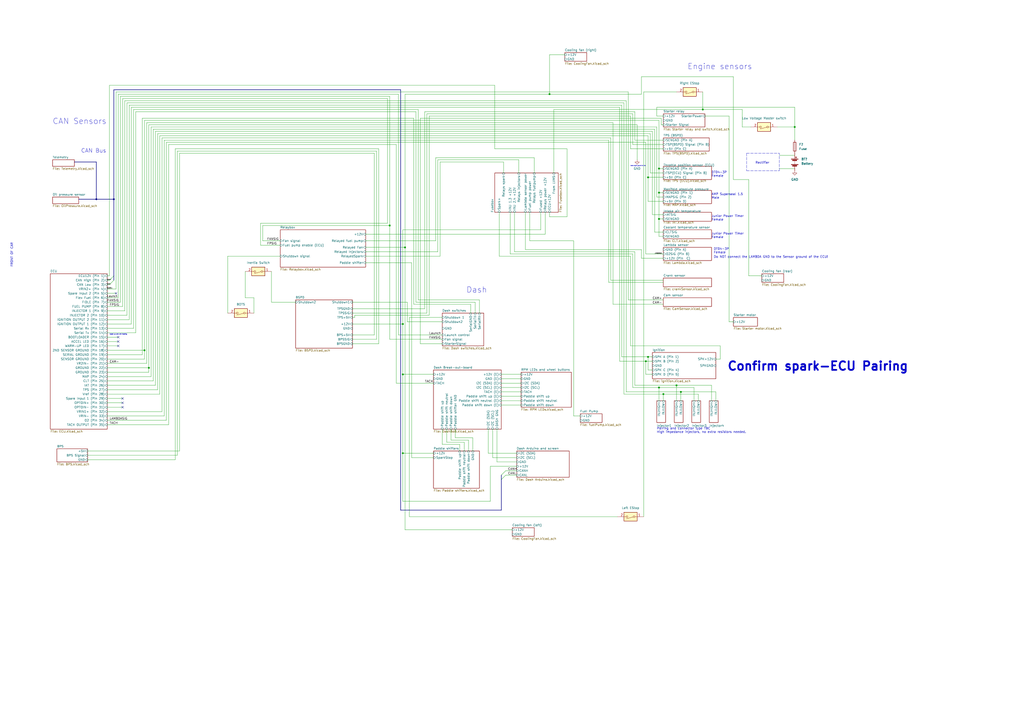
<source format=kicad_sch>
(kicad_sch (version 20211123) (generator eeschema)
  (paper "A2")
  (lib_symbols
    (symbol "Device:Battery" (pin_numbers hide) (pin_names (offset 0) hide)
      (property "Reference" "BT" (at 2.54 2.54 0))
      (property "Value" "Battery" (at 2.54 0 0))
      (symbol "Battery_0_1"
        (rectangle (start -2.032 -1.397) (end 2.032 -1.651) (fill (type outline)))
        (rectangle (start -2.032 1.778) (end 2.032 1.524) (fill (type outline)))
        (rectangle (start -1.3208 -1.9812) (end 1.27 -2.4892) (fill (type outline)))
        (rectangle (start -1.3208 1.1938) (end 1.27 0.6858) (fill (type outline)))
        (polyline (pts (xy 0 -1.524) (xy 0 -1.27)))
        (polyline (pts (xy 0 -1.016) (xy 0 -0.762)))
        (polyline (pts (xy 0 -0.508) (xy 0 -0.254)))
        (polyline (pts (xy 0 0) (xy 0 0.254)))
        (polyline (pts (xy 0 0.508) (xy 0 0.762)))
        (polyline (pts (xy 0 1.778) (xy 0 2.54)))
        (polyline (pts (xy 0.254 2.667) (xy 1.27 2.667)) (stroke (width 0.254)))
        (polyline (pts (xy 0.762 3.175) (xy 0.762 2.159)) (stroke (width 0.254)))
      )
      (symbol "Battery_1_1"
        (pin passive line (at 0 5.08 270) (length 2.54) (name "+") (number "1"))
        (pin passive line (at 0 -5.08 90) (length 2.54) (name "-") (number "2"))
      )
    )
    (symbol "Device:Fuse" (pin_numbers hide) (pin_names (offset 0))
      (property "Reference" "F" (at 2.032 0 90))
      (property "Value" "Fuse" (at -1.905 0 90))
      (symbol "Fuse_0_1"
        (rectangle (start -0.762 -2.54) (end 0.762 2.54) (stroke (width 0.254)))
        (polyline (pts (xy 0 2.54) (xy 0 -2.54)))
      )
      (symbol "Fuse_1_1"
        (pin passive line (at 0 3.81 270) (length 1.27) (name "~") (number "1"))
        (pin passive line (at 0 -3.81 90) (length 1.27) (name "~") (number "2"))
      )
    )
    (symbol "Switch:SW_DIP_x01" (pin_names (offset 0) hide)
      (property "Reference" "SW" (at 0 3.81 0))
      (property "Value" "SW_DIP_x01" (at 0 -3.81 0))
      (symbol "SW_DIP_x01_0_0"
        (circle (center -2.032 0) (radius 0.508))
        (polyline (pts (xy -1.524 0.127) (xy 2.3622 1.1684)))
        (circle (center 2.032 0) (radius 0.508))
      )
      (symbol "SW_DIP_x01_0_1"
        (rectangle (start -3.81 2.54) (end 3.81 -2.54) (stroke (width 0.254)) (fill (type background)))
      )
      (symbol "SW_DIP_x01_1_1"
        (pin passive line (at -7.62 0 0) (length 5.08) (name "~") (number "1"))
        (pin passive line (at 7.62 0 180) (length 5.08) (name "~") (number "2"))
      )
    )
    (symbol "power:GND" (power) (pin_names (offset 0))
      (property "Value" "GND" (at 0 -3.81 0))
      (symbol "GND_0_1"
        (polyline (pts (xy 0 0) (xy 0 -1.27) (xy 1.27 -1.27) (xy 0 -2.54) (xy -1.27 -1.27) (xy 0 -1.27)))
      )
      (symbol "GND_1_1"
        (pin power_in line (at 0 0 270) (length 0) hide (name "GND") (number "1"))
      )
    )
  )
  (junction (at 86.36 213.36))
  (junction (at 234.95 143.51))
  (junction (at 382.27 127))
  (junction (at 382.27 97.79))
  (junction (at 392.43 223.52))
  (junction (at 233.68 262.89))
  (junction (at 382.27 224.79))
  (junction (at 384.81 228.6))
  (junction (at 375.92 207.01))
  (junction (at 375.92 102.87))
  (junction (at 55.88 115.57))
  (junction (at 374.65 209.55))
  (junction (at 226.06 130.81))
  (junction (at 83.82 203.2))
  (junction (at 461.01 73.66))
  (junction (at 394.97 227.33))
  (junction (at 382.27 111.76))
  (junction (at 233.68 217.17))
  (junction (at 233.68 187.96))
  (junction (at 407.67 63.5))
  (junction (at 66.04 115.57))
  (junction (at 318.77 54.61))
  (no_connect (at 68.58 200.66))
  (no_connect (at 68.58 198.12))
  (no_connect (at 67.31 170.18))
  (no_connect (at 68.58 195.58))
  (no_connect (at 71.12 233.68))
  (no_connect (at 71.12 236.22))
  (no_connect (at 71.12 231.14))
  (bus_entry (at 290.83 278.13) (size 2.54 -2.54))
  (bus_entry (at 290.83 275.59) (size 2.54 -2.54))
  (bus_entry (at 63.5 162.56) (size 2.54 -2.54))
  (bus_entry (at 63.5 165.1) (size 2.54 -2.54))
  (wire (pts (xy 422.91 186.69) (xy 425.45 186.69)))
  (wire (pts (xy 293.37 273.05) (xy 299.72 273.05)))
  (wire (pts (xy 78.74 64.77) (xy 78.74 193.04)))
  (wire (pts (xy 402.59 224.79) (xy 402.59 232.41)))
  (wire (pts (xy 151.13 142.24) (xy 162.56 142.24)))
  (wire (pts (xy 274.32 254) (xy 274.32 261.62)))
  (wire (pts (xy 450.85 73.66) (xy 461.01 73.66)))
  (bus (pts (xy 232.41 295.91) (xy 290.83 295.91)))
  (wire (pts (xy 62.23 213.36) (xy 86.36 213.36)))
  (wire (pts (xy 248.92 182.88) (xy 205.74 182.88)))
  (wire (pts (xy 328.93 86.36) (xy 287.02 86.36)))
  (wire (pts (xy 373.38 53.34) (xy 373.38 299.72)))
  (wire (pts (xy 77.47 63.5) (xy 242.57 63.5)))
  (wire (pts (xy 234.95 143.51) (xy 234.95 54.61)))
  (wire (pts (xy 430.53 73.66) (xy 435.61 73.66)))
  (wire (pts (xy 422.91 67.31) (xy 422.91 186.69)))
  (wire (pts (xy 62.23 205.74) (xy 82.55 205.74)))
  (wire (pts (xy 204.47 194.31) (xy 217.17 194.31)))
  (wire (pts (xy 96.52 243.84) (xy 96.52 82.55)))
  (wire (pts (xy 82.55 68.58) (xy 82.55 205.74)))
  (wire (pts (xy 290.83 232.41) (xy 302.26 232.41)))
  (wire (pts (xy 252.73 139.7) (xy 212.09 139.7)))
  (wire (pts (xy 382.27 111.76) (xy 382.27 97.79)))
  (wire (pts (xy 373.38 53.34) (xy 392.43 53.34)))
  (wire (pts (xy 295.91 123.19) (xy 295.91 147.32)))
  (wire (pts (xy 290.83 217.17) (xy 302.26 217.17)))
  (wire (pts (xy 382.27 111.76) (xy 382.27 127)))
  (wire (pts (xy 71.12 57.15) (xy 224.79 57.15)))
  (wire (pts (xy 83.82 208.28) (xy 83.82 203.2)))
  (wire (pts (xy 62.23 238.76) (xy 93.98 238.76)))
  (wire (pts (xy 233.68 217.17) (xy 251.46 217.17)))
  (wire (pts (xy 62.23 220.98) (xy 88.9 220.98)))
  (wire (pts (xy 318.77 54.61) (xy 372.11 54.61)))
  (wire (pts (xy 430.53 63.5) (xy 430.53 73.66)))
  (wire (pts (xy 97.79 246.38) (xy 97.79 83.82)))
  (wire (pts (xy 247.65 66.04) (xy 367.03 66.04)))
  (wire (pts (xy 374.65 147.32) (xy 384.81 147.32)))
  (wire (pts (xy 290.83 219.71) (xy 302.26 219.71)))
  (wire (pts (xy 318.77 123.19) (xy 318.77 125.73)))
  (wire (pts (xy 353.06 163.83) (xy 384.81 163.83)))
  (wire (pts (xy 417.83 200.66) (xy 417.83 208.28)))
  (wire (pts (xy 62.23 228.6) (xy 92.71 228.6)))
  (bus (pts (xy 232.41 52.07) (xy 66.04 52.07)))
  (wire (pts (xy 377.19 77.47) (xy 377.19 100.33)))
  (wire (pts (xy 289.56 148.59) (xy 365.76 148.59)))
  (wire (pts (xy 367.03 66.04) (xy 367.03 83.82)))
  (wire (pts (xy 241.3 175.26) (xy 275.59 175.26)))
  (wire (pts (xy 233.68 290.83) (xy 284.48 290.83)))
  (wire (pts (xy 62.23 170.18) (xy 67.31 170.18)))
  (wire (pts (xy 83.82 69.85) (xy 83.82 203.2)))
  (wire (pts (xy 382.27 224.79) (xy 382.27 232.41)))
  (wire (pts (xy 384.81 67.31) (xy 381 67.31)))
  (wire (pts (xy 101.6 86.36) (xy 219.71 86.36)))
  (wire (pts (xy 62.23 246.38) (xy 97.79 246.38)))
  (wire (pts (xy 392.43 223.52) (xy 412.75 223.52)))
  (wire (pts (xy 241.3 64.77) (xy 241.3 175.26)))
  (wire (pts (xy 383.54 68.58) (xy 383.54 72.39)))
  (wire (pts (xy 285.75 248.92) (xy 285.75 265.43)))
  (wire (pts (xy 72.39 58.42) (xy 363.22 58.42)))
  (wire (pts (xy 62.23 165.1) (xy 63.5 165.1)))
  (wire (pts (xy 382.27 69.85) (xy 382.27 97.79)))
  (wire (pts (xy 243.84 68.58) (xy 383.54 68.58)))
  (wire (pts (xy 62.23 167.64) (xy 67.31 167.64)))
  (wire (pts (xy 82.55 68.58) (xy 240.03 68.58)))
  (wire (pts (xy 313.69 123.19) (xy 313.69 133.35)))
  (wire (pts (xy 151.13 129.54) (xy 224.79 129.54)))
  (wire (pts (xy 86.36 215.9) (xy 86.36 213.36)))
  (wire (pts (xy 408.94 67.31) (xy 422.91 67.31)))
  (wire (pts (xy 378.46 214.63) (xy 375.92 214.63)))
  (wire (pts (xy 102.87 87.63) (xy 102.87 264.16)))
  (bus (pts (xy 43.18 93.98) (xy 55.88 93.98)))
  (wire (pts (xy 261.62 248.92) (xy 261.62 255.27)))
  (wire (pts (xy 285.75 265.43) (xy 299.72 265.43)))
  (wire (pts (xy 289.56 123.19) (xy 289.56 148.59)))
  (wire (pts (xy 212.09 135.89) (xy 316.23 135.89)))
  (wire (pts (xy 147.32 172.72) (xy 147.32 181.61)))
  (wire (pts (xy 369.57 72.39) (xy 369.57 92.71)))
  (wire (pts (xy 273.05 176.53) (xy 273.05 181.61)))
  (wire (pts (xy 152.4 130.81) (xy 226.06 130.81)))
  (wire (pts (xy 379.73 134.62) (xy 384.81 134.62)))
  (wire (pts (xy 233.68 133.35) (xy 233.68 187.96)))
  (wire (pts (xy 309.88 91.44) (xy 252.73 91.44)))
  (wire (pts (xy 142.24 157.48) (xy 142.24 172.72)))
  (wire (pts (xy 367.03 224.79) (xy 382.27 224.79)))
  (wire (pts (xy 359.41 62.23) (xy 359.41 209.55)))
  (wire (pts (xy 360.68 207.01) (xy 375.92 207.01)))
  (wire (pts (xy 372.11 149.86) (xy 384.81 149.86)))
  (wire (pts (xy 269.24 256.54) (xy 269.24 261.62)))
  (wire (pts (xy 382.27 127) (xy 382.27 137.16)))
  (wire (pts (xy 264.16 248.92) (xy 264.16 254)))
  (wire (pts (xy 152.4 139.7) (xy 162.56 139.7)))
  (wire (pts (xy 251.46 265.43) (xy 238.76 265.43)))
  (wire (pts (xy 151.13 129.54) (xy 151.13 142.24)))
  (wire (pts (xy 62.23 215.9) (xy 86.36 215.9)))
  (polyline (pts (xy 433.07 99.06) (xy 452.12 99.06)))
  (wire (pts (xy 374.65 209.55) (xy 378.46 209.55)))
  (wire (pts (xy 461.01 73.66) (xy 461.01 81.28)))
  (wire (pts (xy 309.88 100.33) (xy 309.88 91.44)))
  (wire (pts (xy 62.23 198.12) (xy 68.58 198.12)))
  (wire (pts (xy 290.83 234.95) (xy 302.26 234.95)))
  (wire (pts (xy 256.54 186.69) (xy 236.22 186.69)))
  (wire (pts (xy 283.21 248.92) (xy 283.21 262.89)))
  (wire (pts (xy 256.54 248.92) (xy 256.54 257.81)))
  (polyline (pts (xy 433.07 88.9) (xy 452.12 88.9)))
  (wire (pts (xy 76.2 62.23) (xy 76.2 187.96)))
  (wire (pts (xy 62.23 210.82) (xy 85.09 210.82)))
  (wire (pts (xy 292.1 93.98) (xy 292.1 100.33)))
  (wire (pts (xy 255.27 93.98) (xy 292.1 93.98)))
  (wire (pts (xy 226.06 55.88) (xy 226.06 130.81)))
  (wire (pts (xy 212.09 152.4) (xy 238.76 152.4)))
  (wire (pts (xy 381 114.3) (xy 384.81 114.3)))
  (wire (pts (xy 233.68 187.96) (xy 233.68 217.17)))
  (wire (pts (xy 394.97 227.33) (xy 415.29 227.33)))
  (wire (pts (xy 83.82 69.85) (xy 382.27 69.85)))
  (wire (pts (xy 242.57 63.5) (xy 242.57 173.99)))
  (wire (pts (xy 354.33 162.56) (xy 384.81 162.56)))
  (wire (pts (xy 86.36 72.39) (xy 369.57 72.39)))
  (wire (pts (xy 365.76 200.66) (xy 417.83 200.66)))
  (wire (pts (xy 332.74 139.7) (xy 332.74 241.3)))
  (wire (pts (xy 231.14 194.31) (xy 256.54 194.31)))
  (wire (pts (xy 375.92 116.84) (xy 375.92 102.87)))
  (wire (pts (xy 254 92.71) (xy 300.99 92.71)))
  (wire (pts (xy 384.81 97.79) (xy 382.27 97.79)))
  (wire (pts (xy 62.23 175.26) (xy 69.85 175.26)))
  (wire (pts (xy 101.6 86.36) (xy 101.6 266.7)))
  (wire (pts (xy 204.47 181.61) (xy 247.65 181.61)))
  (wire (pts (xy 304.8 123.19) (xy 304.8 144.78)))
  (wire (pts (xy 384.81 228.6) (xy 405.13 228.6)))
  (wire (pts (xy 365.76 67.31) (xy 248.92 67.31)))
  (wire (pts (xy 353.06 81.28) (xy 353.06 163.83)))
  (wire (pts (xy 405.13 228.6) (xy 405.13 232.41)))
  (wire (pts (xy 452.12 97.79) (xy 461.01 97.79)))
  (wire (pts (xy 74.93 60.96) (xy 360.68 60.96)))
  (wire (pts (xy 205.74 184.15) (xy 204.47 184.15)))
  (wire (pts (xy 307.34 139.7) (xy 307.34 123.19)))
  (wire (pts (xy 68.58 172.72) (xy 68.58 54.61)))
  (wire (pts (xy 212.09 148.59) (xy 255.27 148.59)))
  (wire (pts (xy 259.08 256.54) (xy 269.24 256.54)))
  (wire (pts (xy 375.92 102.87) (xy 384.81 102.87)))
  (wire (pts (xy 240.03 68.58) (xy 240.03 176.53)))
  (wire (pts (xy 62.23 200.66) (xy 68.58 200.66)))
  (wire (pts (xy 85.09 210.82) (xy 85.09 71.12)))
  (wire (pts (xy 361.95 228.6) (xy 384.81 228.6)))
  (wire (pts (xy 152.4 130.81) (xy 152.4 139.7)))
  (wire (pts (xy 383.54 72.39) (xy 384.81 72.39)))
  (wire (pts (xy 378.46 124.46) (xy 384.81 124.46)))
  (bus (pts (xy 66.04 160.02) (xy 66.04 162.56)))
  (wire (pts (xy 307.34 139.7) (xy 332.74 139.7)))
  (polyline (pts (xy 452.12 99.06) (xy 452.12 88.9)))
  (wire (pts (xy 251.46 262.89) (xy 233.68 262.89)))
  (wire (pts (xy 91.44 77.47) (xy 377.19 77.47)))
  (wire (pts (xy 415.29 227.33) (xy 415.29 232.41)))
  (wire (pts (xy 62.23 233.68) (xy 71.12 233.68)))
  (wire (pts (xy 287.02 49.53) (xy 287.02 86.36)))
  (wire (pts (xy 359.41 209.55) (xy 374.65 209.55)))
  (wire (pts (xy 367.03 83.82) (xy 384.81 83.82)))
  (wire (pts (xy 375.92 78.74) (xy 375.92 102.87)))
  (wire (pts (xy 62.23 208.28) (xy 83.82 208.28)))
  (wire (pts (xy 417.83 208.28) (xy 415.29 208.28)))
  (wire (pts (xy 90.17 76.2) (xy 378.46 76.2)))
  (wire (pts (xy 87.63 73.66) (xy 381 73.66)))
  (wire (pts (xy 234.95 54.61) (xy 318.77 54.61)))
  (wire (pts (xy 236.22 186.69) (xy 236.22 175.26)))
  (wire (pts (xy 204.47 199.39) (xy 219.71 199.39)))
  (wire (pts (xy 365.76 86.36) (xy 365.76 67.31)))
  (wire (pts (xy 237.49 184.15) (xy 256.54 184.15)))
  (wire (pts (xy 434.34 104.14) (xy 425.45 104.14)))
  (wire (pts (xy 394.97 227.33) (xy 394.97 232.41)))
  (wire (pts (xy 255.27 148.59) (xy 255.27 93.98)))
  (wire (pts (xy 204.47 175.26) (xy 236.22 175.26)))
  (wire (pts (xy 375.92 214.63) (xy 375.92 207.01)))
  (wire (pts (xy 85.09 71.12) (xy 355.6 71.12)))
  (wire (pts (xy 381 62.23) (xy 461.01 62.23)))
  (wire (pts (xy 62.23 172.72) (xy 68.58 172.72)))
  (wire (pts (xy 381 73.66) (xy 381 114.3)))
  (wire (pts (xy 62.23 203.2) (xy 83.82 203.2)))
  (wire (pts (xy 425.45 44.45) (xy 372.11 44.45)))
  (wire (pts (xy 290.83 227.33) (xy 302.26 227.33)))
  (wire (pts (xy 360.68 60.96) (xy 360.68 207.01)))
  (wire (pts (xy 71.12 57.15) (xy 71.12 177.8)))
  (wire (pts (xy 384.81 228.6) (xy 384.81 232.41)))
  (wire (pts (xy 256.54 196.85) (xy 226.06 196.85)))
  (wire (pts (xy 224.79 57.15) (xy 224.79 129.54)))
  (wire (pts (xy 62.23 193.04) (xy 78.74 193.04)))
  (wire (pts (xy 355.6 71.12) (xy 355.6 176.53)))
  (wire (pts (xy 368.3 81.28) (xy 384.81 81.28)))
  (bus (pts (xy 66.04 115.57) (xy 55.88 115.57)))
  (wire (pts (xy 237.49 184.15) (xy 237.49 299.72)))
  (wire (pts (xy 62.23 226.06) (xy 91.44 226.06)))
  (wire (pts (xy 142.24 172.72) (xy 147.32 172.72)))
  (wire (pts (xy 248.92 67.31) (xy 248.92 182.88)))
  (wire (pts (xy 50.8 261.62) (xy 104.14 261.62)))
  (wire (pts (xy 62.23 187.96) (xy 76.2 187.96)))
  (wire (pts (xy 372.11 144.78) (xy 372.11 149.86)))
  (wire (pts (xy 86.36 213.36) (xy 86.36 72.39)))
  (wire (pts (xy 74.93 60.96) (xy 74.93 185.42)))
  (wire (pts (xy 368.3 64.77) (xy 368.3 81.28)))
  (wire (pts (xy 318.77 125.73) (xy 328.93 125.73)))
  (wire (pts (xy 290.83 222.25) (xy 302.26 222.25)))
  (wire (pts (xy 50.8 264.16) (xy 102.87 264.16)))
  (wire (pts (xy 382.27 224.79) (xy 402.59 224.79)))
  (wire (pts (xy 93.98 238.76) (xy 93.98 80.01)))
  (wire (pts (xy 290.83 229.87) (xy 302.26 229.87)))
  (wire (pts (xy 374.65 82.55) (xy 374.65 147.32)))
  (wire (pts (xy 62.23 185.42) (xy 74.93 185.42)))
  (wire (pts (xy 95.25 241.3) (xy 95.25 81.28)))
  (wire (pts (xy 266.7 257.81) (xy 266.7 261.62)))
  (bus (pts (xy 66.04 115.57) (xy 66.04 160.02)))
  (wire (pts (xy 238.76 265.43) (xy 238.76 152.4)))
  (wire (pts (xy 354.33 80.01) (xy 354.33 162.56)))
  (wire (pts (xy 243.84 199.39) (xy 256.54 199.39)))
  (wire (pts (xy 298.45 146.05) (xy 368.3 146.05)))
  (wire (pts (xy 364.49 173.99) (xy 384.81 173.99)))
  (bus (pts (xy 232.41 52.07) (xy 232.41 295.91)))
  (wire (pts (xy 62.23 190.5) (xy 77.47 190.5)))
  (wire (pts (xy 290.83 224.79) (xy 302.26 224.79)))
  (wire (pts (xy 374.65 217.17) (xy 374.65 209.55)))
  (bus (pts (xy 290.83 275.59) (xy 290.83 278.13)))
  (wire (pts (xy 328.93 125.73) (xy 328.93 86.36)))
  (wire (pts (xy 378.46 217.17) (xy 374.65 217.17)))
  (wire (pts (xy 212.09 146.05) (xy 254 146.05)))
  (wire (pts (xy 93.98 80.01) (xy 354.33 80.01)))
  (wire (pts (xy 90.17 223.52) (xy 90.17 76.2)))
  (wire (pts (xy 355.6 176.53) (xy 384.81 176.53)))
  (wire (pts (xy 246.38 179.07) (xy 246.38 64.77)))
  (wire (pts (xy 434.34 160.02) (xy 434.34 104.14)))
  (wire (pts (xy 157.48 175.26) (xy 157.48 157.48)))
  (wire (pts (xy 298.45 123.19) (xy 298.45 146.05)))
  (wire (pts (xy 264.16 254) (xy 274.32 254)))
  (wire (pts (xy 212.09 143.51) (xy 234.95 143.51)))
  (wire (pts (xy 261.62 255.27) (xy 271.78 255.27)))
  (wire (pts (xy 91.44 226.06) (xy 91.44 77.47)))
  (wire (pts (xy 242.57 173.99) (xy 278.13 173.99)))
  (wire (pts (xy 204.47 179.07) (xy 246.38 179.07)))
  (wire (pts (xy 73.66 59.69) (xy 361.95 59.69)))
  (wire (pts (xy 284.48 270.51) (xy 299.72 270.51)))
  (wire (pts (xy 226.06 130.81) (xy 226.06 196.85)))
  (wire (pts (xy 88.9 220.98) (xy 88.9 74.93)))
  (wire (pts (xy 284.48 290.83) (xy 284.48 270.51)))
  (wire (pts (xy 62.23 180.34) (xy 72.39 180.34)))
  (wire (pts (xy 368.3 146.05) (xy 368.3 223.52)))
  (wire (pts (xy 92.71 78.74) (xy 375.92 78.74)))
  (wire (pts (xy 288.29 267.97) (xy 299.72 267.97)))
  (wire (pts (xy 233.68 262.89) (xy 233.68 290.83)))
  (wire (pts (xy 254 146.05) (xy 254 92.71)))
  (wire (pts (xy 332.74 241.3) (xy 336.55 241.3)))
  (wire (pts (xy 293.37 275.59) (xy 299.72 275.59)))
  (wire (pts (xy 219.71 86.36) (xy 219.71 199.39)))
  (wire (pts (xy 217.17 194.31) (xy 217.17 88.9)))
  (wire (pts (xy 364.49 53.34) (xy 364.49 173.99)))
  (wire (pts (xy 378.46 76.2) (xy 378.46 124.46)))
  (wire (pts (xy 157.48 175.26) (xy 171.45 175.26)))
  (wire (pts (xy 69.85 55.88) (xy 69.85 175.26)))
  (polyline (pts (xy 433.07 88.9) (xy 433.07 99.06)))
  (wire (pts (xy 377.19 100.33) (xy 384.81 100.33)))
  (wire (pts (xy 256.54 257.81) (xy 266.7 257.81)))
  (wire (pts (xy 379.73 74.93) (xy 379.73 134.62)))
  (wire (pts (xy 372.11 44.45) (xy 372.11 54.61)))
  (wire (pts (xy 407.67 53.34) (xy 407.67 63.5)))
  (wire (pts (xy 384.81 127) (xy 382.27 127)))
  (wire (pts (xy 271.78 255.27) (xy 271.78 261.62)))
  (wire (pts (xy 327.66 31.75) (xy 318.77 31.75)))
  (wire (pts (xy 234.95 307.34) (xy 297.18 307.34)))
  (wire (pts (xy 62.23 195.58) (xy 68.58 195.58)))
  (wire (pts (xy 87.63 218.44) (xy 87.63 73.66)))
  (wire (pts (xy 313.69 133.35) (xy 233.68 133.35)))
  (wire (pts (xy 407.67 63.5) (xy 430.53 63.5)))
  (wire (pts (xy 441.96 160.02) (xy 434.34 160.02)))
  (wire (pts (xy 218.44 196.85) (xy 218.44 87.63)))
  (wire (pts (xy 68.58 54.61) (xy 231.14 54.61)))
  (wire (pts (xy 231.14 54.61) (xy 231.14 194.31)))
  (wire (pts (xy 363.22 58.42) (xy 363.22 227.33)))
  (wire (pts (xy 72.39 58.42) (xy 72.39 180.34)))
  (wire (pts (xy 287.02 49.53) (xy 63.5 49.53)))
  (wire (pts (xy 96.52 82.55) (xy 374.65 82.55)))
  (bus (pts (xy 66.04 52.07) (xy 66.04 115.57)))
  (wire (pts (xy 384.81 137.16) (xy 382.27 137.16)))
  (wire (pts (xy 316.23 135.89) (xy 316.23 123.19)))
  (wire (pts (xy 92.71 228.6) (xy 92.71 78.74)))
  (wire (pts (xy 365.76 148.59) (xy 365.76 200.66)))
  (wire (pts (xy 162.56 148.59) (xy 132.08 148.59)))
  (wire (pts (xy 321.31 63.5) (xy 407.67 63.5)))
  (wire (pts (xy 375.92 207.01) (xy 378.46 207.01)))
  (wire (pts (xy 247.65 181.61) (xy 247.65 66.04)))
  (wire (pts (xy 101.6 266.7) (xy 50.8 266.7)))
  (wire (pts (xy 318.77 31.75) (xy 318.77 54.61)))
  (wire (pts (xy 63.5 49.53) (xy 63.5 160.02)))
  (wire (pts (xy 204.47 187.96) (xy 233.68 187.96)))
  (wire (pts (xy 204.47 196.85) (xy 218.44 196.85)))
  (wire (pts (xy 368.3 223.52) (xy 392.43 223.52)))
  (wire (pts (xy 218.44 87.63) (xy 102.87 87.63)))
  (wire (pts (xy 452.12 90.17) (xy 461.01 90.17)))
  (wire (pts (xy 69.85 55.88) (xy 226.06 55.88)))
  (bus (pts (xy 55.88 93.98) (xy 55.88 115.57)))
  (wire (pts (xy 381 67.31) (xy 381 62.23)))
  (wire (pts (xy 229.87 83.82) (xy 229.87 222.25)))
  (wire (pts (xy 321.31 63.5) (xy 321.31 100.33)))
  (wire (pts (xy 73.66 182.88) (xy 62.23 182.88)))
  (wire (pts (xy 104.14 88.9) (xy 104.14 261.62)))
  (wire (pts (xy 62.23 162.56) (xy 63.5 162.56)))
  (wire (pts (xy 62.23 231.14) (xy 71.12 231.14)))
  (wire (pts (xy 62.23 236.22) (xy 71.12 236.22)))
  (wire (pts (xy 461.01 62.23) (xy 461.01 73.66)))
  (wire (pts (xy 229.87 222.25) (xy 251.46 222.25)))
  (wire (pts (xy 288.29 248.92) (xy 288.29 267.97)))
  (wire (pts (xy 425.45 104.14) (xy 425.45 44.45)))
  (wire (pts (xy 76.2 62.23) (xy 359.41 62.23)))
  (wire (pts (xy 240.03 176.53) (xy 273.05 176.53)))
  (wire (pts (xy 259.08 248.92) (xy 259.08 256.54)))
  (wire (pts (xy 233.68 217.17) (xy 233.68 262.89)))
  (wire (pts (xy 363.22 227.33) (xy 394.97 227.33)))
  (bus (pts (xy 290.83 278.13) (xy 290.83 295.91)))
  (wire (pts (xy 243.84 199.39) (xy 243.84 68.58)))
  (wire (pts (xy 205.74 182.88) (xy 205.74 184.15)))
  (wire (pts (xy 95.25 81.28) (xy 353.06 81.28)))
  (wire (pts (xy 295.91 147.32) (xy 367.03 147.32)))
  (wire (pts (xy 62.23 177.8) (xy 71.12 177.8)))
  (wire (pts (xy 412.75 223.52) (xy 412.75 232.41)))
  (wire (pts (xy 361.95 59.69) (xy 361.95 228.6)))
  (wire (pts (xy 234.95 143.51) (xy 234.95 307.34)))
  (wire (pts (xy 384.81 86.36) (xy 365.76 86.36)))
  (wire (pts (xy 88.9 74.93) (xy 379.73 74.93)))
  (wire (pts (xy 384.81 111.76) (xy 382.27 111.76)))
  (wire (pts (xy 67.31 53.34) (xy 364.49 53.34)))
  (wire (pts (xy 77.47 63.5) (xy 77.47 190.5)))
  (wire (pts (xy 78.74 64.77) (xy 241.3 64.77)))
  (wire (pts (xy 304.8 144.78) (xy 372.11 144.78)))
  (wire (pts (xy 73.66 59.69) (xy 73.66 182.88)))
  (wire (pts (xy 237.49 299.72) (xy 358.14 299.72)))
  (wire (pts (xy 132.08 148.59) (xy 132.08 181.61)))
  (wire (pts (xy 62.23 223.52) (xy 90.17 223.52)))
  (bus (pts (xy 45.72 115.57) (xy 55.88 115.57)))
  (wire (pts (xy 104.14 88.9) (xy 217.17 88.9)))
  (wire (pts (xy 283.21 262.89) (xy 299.72 262.89)))
  (wire (pts (xy 97.79 83.82) (xy 229.87 83.82)))
  (wire (pts (xy 62.23 243.84) (xy 96.52 243.84)))
  (wire (pts (xy 384.81 116.84) (xy 375.92 116.84)))
  (wire (pts (xy 392.43 223.52) (xy 392.43 232.41)))
  (wire (pts (xy 278.13 173.99) (xy 278.13 181.61)))
  (wire (pts (xy 62.23 160.02) (xy 63.5 160.02)))
  (wire (pts (xy 67.31 53.34) (xy 67.31 167.64)))
  (wire (pts (xy 300.99 92.71) (xy 300.99 100.33)))
  (wire (pts (xy 252.73 91.44) (xy 252.73 139.7)))
  (wire (pts (xy 246.38 64.77) (xy 368.3 64.77)))
  (wire (pts (xy 275.59 175.26) (xy 275.59 181.61)))
  (wire (pts (xy 62.23 218.44) (xy 87.63 218.44)))
  (wire (pts (xy 367.03 147.32) (xy 367.03 224.79)))
  (wire (pts (xy 62.23 241.3) (xy 95.25 241.3)))
  (text "FRONT OF CAR" (at 7.62 154.94 90) (effects (font (size 1.27 1.27)) (justify left bottom)))
  (text "Confirm spark-ECU Pairing\n\n" (at 421.64 223.52 0) (effects (font (size 5 5) (thickness 1) bold) (justify left bottom)))
  (text "Good engine ground for ECU" (at 365.76 96.52 0) (effects (font (size 0.4 0.4)) (justify left bottom)))
  (text "AMP Superseal 1.5\nMale\n" (at 412.75 115.57 0) (effects (font (size 1.27 1.27)) (justify left bottom)))
  (text "Taped up and left floating\n" (at 63.5 194.31 0) (effects (font (size 0.5 0.5)) (justify left bottom)))
  (text "CAN Sensors" (at 30.48 72.39 0) (effects (font (size 3.27 3.27)) (justify left bottom)))
  (text "Engine sensors" (at 398.78 40.64 0) (effects (font (size 3.27 3.27)) (justify left bottom)))
  (text "Dash" (at 270.51 170.18 0) (effects (font (size 3.27 3.27)) (justify left bottom)))
  (text "Rectifier" (at 438.15 95.25 0) (effects (font (size 1.27 1.27)) (justify left bottom)))
  (text "Junior Power Timer\nFemale\n" (at 412.75 128.27 0) (effects (font (size 1.27 1.27)) (justify left bottom)))
  (text "Pairing and connector type TBC\nHigh impedance injectors, no extra resistors needed." (at 381 251.46 0) (effects (font (size 1.27 1.27)) (justify left bottom)))
  (text "DT04-3P\nFemale\n" (at 412.75 102.87 0) (effects (font (size 1.27 1.27)) (justify left bottom)))
  (text "Junior Power Timer\nFemale\n" (at 412.75 138.43 0) (effects (font (size 1.27 1.27)) (justify left bottom)))
  (text "Do NOT connect the LAMBDA GND to the Sensor ground of the ECU!\n" (at 414.02 149.86 0) (effects (font (size 1.27 1.27)) (justify left bottom)))
  (text "CAN Bus" (at 46.99 88.9 0) (effects (font (size 2.27 2.27)) (justify left bottom)))
  (text "DT04-3P\nFemale\n" (at 414.02 147.32 0) (effects (font (size 1.27 1.27)) (justify left bottom)))
  (label "TACH" (at 246.38 222.25 0))
  (label "CAM-" (at 378.46 176.53 0))
  (label "Launch" (at 62.23 172.72 0) (effects (font (size 1.1 1.1))))
  (label "CAM+" (at 378.46 173.99 0))
  (label "LAMBDASIG" (at 63.5 243.84 0))
  (label "TACH" (at 63.5 246.38 0))
  (label "CANL" (at 294.64 275.59 0))
  (label "FPSIG" (at 63.5 177.8 0))
  (label "FANSIG" (at 248.92 196.85 0))
  (label "CANH" (at 294.64 273.05 0))
  (label "FANSIG" (at 62.23 175.26 0))
  (label "FPSIG" (at 154.94 142.24 0))
  (label "Launch" (at 248.92 194.31 0))
  (label "FANSIG" (at 154.94 139.7 0))
  (label "CAM+" (at 62.23 167.64 0) (effects (font (size 0.7 0.7))))
  (label "LAMBDASIG" (at 379.73 147.32 0) (effects (font (size 0.5 0.5))))
  (label "CAM-" (at 63.5 210.82 0))
  (label "CANH" (at 62.23 162.56 0) (effects (font (size 0.5 0.5))))
  (label "CANL" (at 62.23 165.1 0) (effects (font (size 0.5 0.5))))
  (symbol (lib_id "Switch:SW_DIP_x01") (at 149.86 157.48 180) (unit 1)
    (property "Reference" "SW_Inertia" (effects hide))
    (property "Value" "Inertia Switch" (at 149.86 152.4 0))
  )
  (symbol (lib_id "power:GND") (at 461.01 99.06 0) (unit 1)
    (property "Reference" "#PWR0101" (effects hide))
    (property "Value" "GND" (at 461.01 104.14 0))
  )
  (symbol (lib_id "power:GND") (at 369.57 92.71 0) (unit 1)
    (property "Reference" "#PWR0102" (effects hide))
    (property "Value" "GND" (at 369.57 97.79 0))
  )
  (symbol (lib_id "Switch:SW_DIP_x01") (at 365.76 299.72 180) (unit 1)
    (property "Reference" "SW_LEStop" (effects hide))
    (property "Value" "Left EStop" (at 365.76 294.64 0))
  )
  (symbol (lib_id "Switch:SW_DIP_x01") (at 400.05 53.34 180) (unit 1)
    (property "Reference" "SW_REStop" (effects hide))
    (property "Value" "Right EStop" (at 400.05 48.26 0))
  )
  (symbol (lib_id "Switch:SW_DIP_x01") (at 139.7 181.61 180) (unit 1)
    (property "Reference" "SW_BOTS" (effects hide))
    (property "Value" "BOTS" (at 139.7 176.53 0))
  )
  (symbol (lib_id "Device:Battery") (at 461.01 93.98 0) (unit 1)
    (property "Reference" "BT?" (at 464.82 92.3289 0) (effects (justify left)))
    (property "Value" "Battery" (at 464.82 94.8689 0) (effects (justify left)))
  )
  (symbol (lib_id "Device:Fuse") (at 461.01 85.09 0) (unit 1)
    (property "Reference" "F?" (at 463.55 83.8199 0) (effects (justify left)))
    (property "Value" "Fuse" (at 463.55 86.3599 0) (effects (justify left)))
  )
  (symbol (lib_id "Switch:SW_DIP_x01") (at 443.23 73.66 180) (unit 1)
    (property "Reference" "SW_LVMS" (effects hide))
    (property "Value" "Low Voltage Master switch" (at 443.23 68.58 0))
  )
  (sheet (at 287.02 100.33) (size 36.83 22.86) (stroke (width 0.1524))
    (property "Sheet name" "Fusebox" (at 286.3084 123.19 90) (effects (justify left bottom)))
    (property "Sheet file" "Fusebox.kicad_sch" (at 324.4346 123.19 90) (effects (justify left top)))
    (pin "Relays fuelpump" input (at 309.88 100.33 90))
    (pin "From LVMS" input (at 321.31 100.33 90))
    (pin "Lambda sensor power" input (at 304.8 123.19 270))
    (pin "Relays spark" input (at 292.1 100.33 90))
    (pin "Fuel pump power" input (at 307.34 123.19 270))
    (pin "Relays injectors" input (at 300.99 100.33 90))
    (pin "ECU+12V" input (at 318.77 123.19 270))
    (pin "Fused +12V" input (at 313.69 123.19 270))
    (pin "INJ 2,4 +12V" input (at 298.45 123.19 270))
    (pin "INJ 1,3 +12V" input (at 295.91 123.19 270))
    (pin "Relays power +12V" input (at 316.23 123.19 270))
    (pin "Spark+" input (at 289.56 123.19 270))
  )
  (sheet (at 171.45 173.99) (size 33.02 27.94) (stroke (width 0.1524))
    (property "Sheet name" "BSPD" (at 171.45 173.2784 0) (effects (justify left bottom)))
    (property "Sheet file" "BSPD.kicad_sch" (at 171.45 202.5146 0) (effects (justify left top)))
    (pin "Shutdown2" input (at 171.45 175.26 180))
    (pin "Shutdown1" input (at 204.47 175.26 0))
    (pin "GND" input (at 204.47 190.5 0))
    (pin "+12V" input (at 204.47 187.96 0))
    (pin "BPS+5V" input (at 204.47 194.31 0))
    (pin "BPSSIG" input (at 204.47 196.85 0))
    (pin "BPSGND" input (at 204.47 199.39 0))
    (pin "TPSGND" input (at 204.47 179.07 0))
    (pin "TPSSIG" input (at 204.47 181.61 0))
    (pin "TPS+5V" input (at 204.47 184.15 0))
  )
  (sheet (at 251.46 214.63) (size 39.37 34.29) (stroke (width 0.1524))
    (property "Sheet name" "Dash Break-out-board" (at 251.46 213.9184 0) (effects (justify left bottom)))
    (property "Sheet file" "DashBoB.kicad_sch" (at 251.46 249.5046 0) (effects (justify left top)))
    (pin "+12V" input (at 251.46 217.17 180))
    (pin "TACH" input (at 251.46 222.25 180))
    (pin "GND" input (at 251.46 219.71 180))
    (pin "I2C (SDA)" input (at 283.21 248.92 270))
    (pin "I2C (SCL)" input (at 285.75 248.92 270))
    (pin "DASH GNG" input (at 288.29 248.92 270))
    (pin "+12V (E)" input (at 290.83 217.17 0))
    (pin "GND (E)" input (at 290.83 219.71 0))
    (pin "Paddle shift neutral" input (at 259.08 248.92 270))
    (pin "Paddle shift down" input (at 261.62 248.92 270))
    (pin "Paddle shifter GND" input (at 264.16 248.92 270))
    (pin "Paddle shift up" input (at 256.54 248.92 270))
    (pin "I2C (SCL) (E)" input (at 290.83 224.79 0))
    (pin "I2C (SDA) (E)" input (at 290.83 222.25 0))
    (pin "TACH (E)" input (at 290.83 227.33 0))
    (pin "Paddle shift down (E)" input (at 290.83 234.95 0))
    (pin "Paddle shift neutral (E)" input (at 290.83 232.41 0))
    (pin "Paddle shift up (E)" input (at 290.83 229.87 0))
  )
  (sheet (at 381 232.41) (size 5.08 12.7) (stroke (width 0.1524))
    (property "Sheet name" "Injector1" (at 381 247.65 0) (effects (justify left bottom)))
    (property "Sheet file" "Injector.kicad_sch" (effects hide))
    (pin "INJHIGH" input (at 382.27 232.41 90))
    (pin "INJLOW" input (at 384.81 232.41 90))
  )
  (sheet (at 441.96 158.75) (size 12.7 5.08) (stroke (width 0.1524))
    (property "Sheet name" "Cooling fan (rear)" (at 441.96 158.0384 0) (effects (justify left bottom)))
    (property "Sheet file" "CoolingFan.kicad_sch" (at 441.96 164.4146 0) (effects (justify left top)))
    (pin "GND" input (at 441.96 162.56 180))
    (pin "+12V" input (at 441.96 160.02 180))
  )
  (sheet (at 411.48 232.41) (size 5.08 12.7) (stroke (width 0.1524))
    (property "Sheet name" "Injector4" (at 411.48 247.65 0) (effects (justify left bottom)))
    (property "Sheet file" "Injector.kicad_sch" (effects hide))
    (pin "INJHIGH" input (at 412.75 232.41 90))
    (pin "INJLOW" input (at 415.29 232.41 90))
  )
  (sheet (at 162.56 133.35) (size 49.53 21.59) (stroke (width 0.1524))
    (property "Sheet name" "Relaybox" (at 162.56 132.6384 0) (effects (justify left bottom)))
    (property "Sheet file" "Relaybox.kicad_sch" (at 162.56 155.5246 0) (effects (justify left top)))
    (pin "RelayedSpark" input (at 212.09 148.59 0))
    (pin "Relayed fuel pump" input (at 212.09 139.7 0))
    (pin "Relayed Injectors" input (at 212.09 146.05 0))
    (pin "Paddle shifter" input (at 212.09 152.4 0))
    (pin "Shutdown signal" input (at 162.56 148.59 180))
    (pin "+12V" input (at 212.09 135.89 0))
    (pin "Fuel pump enable (ECU)" input (at 162.56 142.24 180))
    (pin "Relayed Fan" input (at 212.09 143.51 0))
    (pin "Fan signal" input (at 162.56 139.7 180))
  )
  (sheet (at 299.72 261.62) (size 30.48 15.24) (stroke (width 0.1524))
    (property "Sheet name" "Dash Arduino and screen" (at 299.72 260.9084 0) (effects (justify left bottom)))
    (property "Sheet file" "Dash Arduino.kicad_sch" (at 299.72 277.4446 0) (effects (justify left top)))
    (pin "GND" input (at 299.72 267.97 180))
    (pin "CANH" input (at 299.72 273.05 180))
    (pin "I2C (SDA)" input (at 299.72 262.89 180))
    (pin "+12V" input (at 299.72 270.51 180))
    (pin "CANL" input (at 299.72 275.59 180))
    (pin "I2C (SCL)" input (at 299.72 265.43 180))
  )
  (sheet (at 384.81 172.72) (size 27.94 5.08) (stroke (width 0.1524))
    (property "Sheet name" "Cam sensor" (at 384.81 172.0084 0) (effects (justify left bottom)))
    (property "Sheet file" "CamSensor.kicad_sch" (at 384.81 178.3846 0) (effects (justify left top)))
  )
  (sheet (at 384.81 110.49) (size 27.94 7.62) (stroke (width 0.1524))
    (property "Sheet name" "Manifold absolute pressure" (at 384.81 110.49 0) (effects (justify left bottom)))
    (property "Sheet file" "MAP.kicad_sch" (at 384.81 118.11 0) (effects (justify left top)))
    (pin "SENGND (Pin 1)" input (at 384.81 111.76 180))
    (pin "+5V (Pin 3)" input (at 384.81 116.84 180))
    (pin "MAPSIG (Pin 2)" input (at 384.81 114.3 180))
  )
  (sheet (at 336.55 240.03) (size 12.7 5.08) (stroke (width 0.1524))
    (property "Sheet name" "Fuel Pump" (at 336.55 239.3184 0) (effects (justify left bottom)))
    (property "Sheet file" "fuelPump.kicad_sch" (at 336.55 245.6946 0) (effects (justify left top)))
    (pin "+12V" input (at 336.55 241.3 180))
    (pin "GND" input (at 336.55 243.84 180))
  )
  (sheet (at 391.16 232.41) (size 5.08 12.7) (stroke (width 0.1524))
    (property "Sheet name" "Injector2" (at 391.16 247.65 0) (effects (justify left bottom)))
    (property "Sheet file" "Injector.kicad_sch" (effects hide))
    (pin "INJHIGH" input (at 392.43 232.41 90))
    (pin "INJLOW" input (at 394.97 232.41 90))
  )
  (sheet (at 256.54 181.61) (size 24.13 19.05) (stroke (width 0.1524))
    (property "Sheet name" "Dash switches" (at 256.54 180.8984 0) (effects (justify left bottom)))
    (property "Sheet file" "Dash switches.kicad_sch" (at 256.54 201.2446 0) (effects (justify left top)))
    (pin "GND" input (at 256.54 190.5 180))
    (pin "Shutdown 1" input (at 256.54 184.15 180))
    (pin "Shutdown2" input (at 256.54 186.69 180))
    (pin "Launch control" input (at 256.54 194.31 180))
    (pin "StarterSignal" input (at 256.54 199.39 180))
    (pin "Fan signal" input (at 256.54 196.85 180))
    (pin "SerialTX" input (at 275.59 181.61 90))
    (pin "SerialGND" input (at 273.05 181.61 90))
    (pin "SerialRX" input (at 278.13 181.61 90))
  )
  (sheet (at 30.48 92.71) (size 12.7 3.81) (stroke (width 0.1524))
    (property "Sheet name" "Telemetry" (at 30.48 91.9984 0) (effects (justify left bottom)))
    (property "Sheet file" "Telemetry.kicad_sch" (at 30.48 97.1046 0) (effects (justify left top)))
  )
  (sheet (at 384.81 66.04) (size 24.13 7.62) (stroke (width 0.1524))
    (property "Sheet name" "Starter relay" (at 384.81 65.3284 0) (effects (justify left bottom)))
    (property "Sheet file" "Starter relay and switch.kicad_sch" (at 384.81 74.2446 0) (effects (justify left top)))
    (pin "StarterPower" input (at 408.94 67.31 0))
    (pin "GND" input (at 384.81 69.85 180))
    (pin "+12V" input (at 384.81 67.31 180))
    (pin "Starter Signal" input (at 384.81 72.39 180))
  )
  (sheet (at 384.81 161.29) (size 27.94 5.08) (stroke (width 0.1524))
    (property "Sheet name" "Crank sensor" (at 384.81 160.5784 0) (effects (justify left bottom)))
    (property "Sheet file" "crankSensor.kicad_sch" (at 384.81 166.9546 0) (effects (justify left top)))
  )
  (sheet (at 384.81 143.51) (size 27.94 7.62) (stroke (width 0.1524))
    (property "Sheet name" "Lambda sensor" (at 384.81 142.7984 0) (effects (justify left bottom)))
    (property "Sheet file" "Lambda.kicad_sch" (at 384.81 151.7146 0) (effects (justify left top)))
    (pin "GND (Pin A)" input (at 384.81 144.78 180))
    (pin "+12V (Pin  C)" input (at 384.81 149.86 180))
    (pin "O2SIG (Pin B)" input (at 384.81 147.32 180))
  )
  (sheet (at 251.46 261.62) (size 26.67 21.59) (stroke (width 0.1524))
    (property "Sheet name" "Paddle shifters" (at 251.46 260.9084 0) (effects (justify left bottom)))
    (property "Sheet file" "Paddle shifters.kicad_sch" (at 251.46 283.7946 0) (effects (justify left top)))
    (pin "+12V" input (at 251.46 262.89 180))
    (pin "GND" input (at 274.32 261.62 90))
    (pin "Paddle shift down" input (at 271.78 261.62 90))
    (pin "Paddle shift up" input (at 266.7 261.62 90))
    (pin "Paddle shift neutral" input (at 269.24 261.62 90))
    (pin "SparkStop" input (at 251.46 265.43 180))
  )
  (sheet (at 384.81 80.01) (size 26.67 7.62) (stroke (width 0.1524))
    (property "Sheet name" "TPS (BSPD)" (at 384.81 79.2984 0) (effects (justify left bottom)))
    (property "Sheet file" "TPS(BSPD).kicad_sch" (at 384.81 88.2146 0) (effects (justify left top)))
    (pin "SENGND (Pin A)" input (at 384.81 81.28 180))
    (pin "+5V (Pin C)" input (at 384.81 86.36 180))
    (pin "TSP(BSPD) Signal (Pin B)" input (at 384.81 83.82 180))
  )
  (sheet (at 378.46 204.47) (size 36.83 15.24) (stroke (width 0.1524))
    (property "Sheet name" "Ignition" (at 378.46 203.7584 0) (effects (justify left bottom)))
    (property "Sheet file" "ignition.kicad_sch" (at 378.46 220.2946 0) (effects (justify left top)))
    (pin "SPK+12V" input (at 415.29 208.28 0))
    (pin "SPKGND" input (at 415.29 212.09 0))
    (pin "SPK A (Pin 1)" input (at 378.46 207.01 180))
    (pin "SPK D (Pin 5)" input (at 378.46 217.17 180))
    (pin "SPK B (Pin 2)" input (at 378.46 209.55 180))
    (pin "SPK C (Pin 4)" input (at 378.46 214.63 180))
    (pin "GND" input (at 378.46 212.09 180))
  )
  (sheet (at 33.02 260.35) (size 17.78 7.62) (stroke (width 0.1524))
    (property "Sheet name" "BPS" (at 33.02 259.6384 0) (effects (justify left bottom)))
    (property "Sheet file" "BPS.kicad_sch" (at 33.02 268.5546 0) (effects (justify left top)))
    (pin "BPS Signal" input (at 50.8 264.16 0))
    (pin "GND" input (at 50.8 266.7 0))
    (pin "+5V" input (at 50.8 261.62 0))
  )
  (sheet (at 384.81 123.19) (size 27.94 5.08) (stroke (width 0.1524))
    (property "Sheet name" "Intake air temperature" (at 384.81 123.19 0) (effects (justify left bottom)))
    (property "Sheet file" "IAT.kicad_sch" (at 384.81 128.27 0) (effects (justify left top)))
    (pin "IATSIG" input (at 384.81 124.46 180))
    (pin "SENGND" input (at 384.81 127 180))
  )
  (sheet (at 384.81 96.52) (size 27.94 7.62) (stroke (width 0.1524))
    (property "Sheet name" "Throttle position sensor (ECU)" (at 384.81 96.52 0) (effects (justify left bottom)))
    (property "Sheet file" "TPS (ECU).kicad_sch" (at 384.81 104.14 0) (effects (justify left top)))
    (pin "TSP(ECU) Signal (Pin B)" input (at 384.81 100.33 180))
    (pin "+5V (Pin C)" input (at 384.81 102.87 180))
    (pin "SENGND (Pin A)" input (at 384.81 97.79 180))
  )
  (sheet (at 297.18 306.07) (size 12.7 5.08) (stroke (width 0.1524))
    (property "Sheet name" "Cooling fan (left)" (at 297.18 305.3584 0) (effects (justify left bottom)))
    (property "Sheet file" "CoolingFan.kicad_sch" (at 297.18 311.7346 0) (effects (justify left top)))
    (pin "GND" input (at 297.18 309.88 180))
    (pin "+12V" input (at 297.18 307.34 180))
  )
  (sheet (at 401.32 232.41) (size 5.08 12.7) (stroke (width 0.1524))
    (property "Sheet name" "Injector3" (at 401.32 247.65 0) (effects (justify left bottom)))
    (property "Sheet file" "Injector.kicad_sch" (effects hide))
    (pin "INJHIGH" input (at 402.59 232.41 90))
    (pin "INJLOW" input (at 405.13 232.41 90))
  )
  (sheet (at 29.21 158.75) (size 33.02 90.17) (stroke (width 0.1524))
    (property "Sheet name" "ECU" (at 29.21 158.0384 0) (effects (justify left bottom)))
    (property "Sheet file" "ECU.kicad_sch" (at 29.21 249.5046 0) (effects (justify left top)))
    (pin "VR2IN- (Pin 21)" input (at 62.23 210.82 0))
    (pin "SENSOR GROUND (Pin 20)" input (at 62.23 208.28 0))
    (pin "GROUND (Pin 22)" input (at 62.23 213.36 0))
    (pin "GROUND (Pin 23)" input (at 62.23 215.9 0))
    (pin "MAP (Pin 24)" input (at 62.23 218.44 0))
    (pin "CLT (Pin 25)" input (at 62.23 220.98 0))
    (pin "ECU12V (Pin 1)" input (at 62.23 160.02 0))
    (pin "VRIN2+ (Pin 4)" input (at 62.23 167.64 0))
    (pin "Spare Input 2 (Pin 5)" input (at 62.23 170.18 0))
    (pin "FIDLE (Pin 7)" input (at 62.23 175.26 0))
    (pin "CAN High (Pin 2)" input (at 62.23 162.56 0))
    (pin "CAN Low (Pin 3)" input (at 62.23 165.1 0))
    (pin "Flex Fuel (Pin 6)" input (at 62.23 172.72 0))
    (pin "FUEL PUMP (Pin 8)" input (at 62.23 177.8 0))
    (pin "INJECTOR 1 (Pin 9)" input (at 62.23 180.34 0))
    (pin "INJECTOR 2 (Pin 10)" input (at 62.23 182.88 0))
    (pin "IGNITION OUTPUT 2 (Pin 11)" input (at 62.23 185.42 0))
    (pin "IGNITION OUTPUT 1 (Pin 12)" input (at 62.23 187.96 0))
    (pin "Serial Rx (Pin 13)" input (at 62.23 190.5 0))
    (pin "Serial Tx (Pin 14)" input (at 62.23 193.04 0))
    (pin "Spare Input 1 (Pin 29)" input (at 62.23 231.14 0))
    (pin "Vref (Pin 28)" input (at 62.23 228.6 0))
    (pin "TPS (Pin 27)" input (at 62.23 226.06 0))
    (pin "IAT (Pin 26)" input (at 62.23 223.52 0))
    (pin "OPTOIN+ (Pin 30)" input (at 62.23 233.68 0))
    (pin "ACCEL LED (Pin 16)" input (at 62.23 198.12 0))
    (pin "WARM-UP LED (Pin 17)" input (at 62.23 200.66 0))
    (pin "2ND SENSOR GROUND (Pin 18)" input (at 62.23 203.2 0))
    (pin "SERIAL GROUND (Pin 19)" input (at 62.23 205.74 0))
    (pin "BOOTLOADER (Pin 15)" input (at 62.23 195.58 0))
    (pin "OPTOIN- (Pin 31)" input (at 62.23 236.22 0))
    (pin "VRIN- (Pin 33)" input (at 62.23 241.3 0))
    (pin "O2 (Pin 34)" input (at 62.23 243.84 0))
    (pin "VRIN1+ (Pin 32)" input (at 62.23 238.76 0))
    (pin "TACH OUTPUT (Pin 35)" input (at 62.23 246.38 0))
  )
  (sheet (at 384.81 133.35) (size 27.94 5.08) (stroke (width 0.1524))
    (property "Sheet name" "Coolant temperature sensor" (at 384.81 132.6384 0) (effects (justify left bottom)))
    (property "Sheet file" "CLT.kicad_sch" (at 384.81 139.0146 0) (effects (justify left top)))
    (pin "SENGND" input (at 384.81 137.16 180))
    (pin "CLTSIG" input (at 384.81 134.62 180))
  )
  (sheet (at 30.48 114.3) (size 15.24 3.81) (stroke (width 0.1524))
    (property "Sheet name" "Oil pressure sensor" (at 30.48 113.5884 0) (effects (justify left bottom)))
    (property "Sheet file" "OilPressure.kicad_sch" (at 30.48 118.6946 0) (effects (justify left top)))
  )
  (sheet (at 327.66 30.48) (size 12.7 5.08) (stroke (width 0.1524))
    (property "Sheet name" "Cooling fan (right)" (at 327.66 29.7684 0) (effects (justify left bottom)))
    (property "Sheet file" "CoolingFan.kicad_sch" (at 327.66 36.1446 0) (effects (justify left top)))
    (pin "GND" input (at 327.66 34.29 180))
    (pin "+12V" input (at 327.66 31.75 180))
  )
  (sheet (at 302.26 215.9) (size 29.21 20.32) (stroke (width 0.1524))
    (property "Sheet name" "RPM LEDs and wheel buttons" (at 302.26 215.1884 0) (effects (justify left bottom)))
    (property "Sheet file" "RPM LEDs.kicad_sch" (at 302.26 236.8046 0) (effects (justify left top)))
    (pin "+12V" input (at 302.26 217.17 180))
    (pin "GND" input (at 302.26 219.71 180))
    (pin "TACH" input (at 302.26 227.33 180))
    (pin "I2C (SDA)" input (at 302.26 222.25 180))
    (pin "I2C (SCL)" input (at 302.26 224.79 180))
    (pin "Paddle shift neutral" input (at 302.26 232.41 180))
    (pin "Paddle shift up" input (at 302.26 229.87 180))
    (pin "Paddle shift down" input (at 302.26 234.95 180))
  )
  (sheet (at 425.45 184.15) (size 13.97 5.08) (stroke (width 0.1524))
    (property "Sheet name" "Starter motor" (at 425.45 183.4384 0) (effects (justify left bottom)))
    (property "Sheet file" "Starter motor.kicad_sch" (at 425.45 189.8146 0) (effects (justify left top)))
    (pin "+12V" input (at 425.45 186.69 180))
  )
)
</source>
